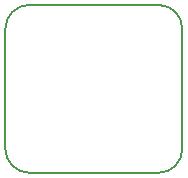
<source format=gbr>
%TF.GenerationSoftware,KiCad,Pcbnew,5.1.8-db9833491~88~ubuntu20.04.1*%
%TF.CreationDate,2020-12-14T12:06:49-05:00*%
%TF.ProjectId,stlink-clone-adapter,32783574-6f43-46f7-9274-657841646170,rev?*%
%TF.SameCoordinates,Original*%
%TF.FileFunction,Profile,NP*%
%FSLAX46Y46*%
G04 Gerber Fmt 4.6, Leading zero omitted, Abs format (unit mm)*
G04 Created by KiCad (PCBNEW 5.1.8-db9833491~88~ubuntu20.04.1) date 2020-12-14 12:06:49*
%MOMM*%
%LPD*%
G01*
G04 APERTURE LIST*
%TA.AperFunction,Profile*%
%ADD10C,0.150000*%
%TD*%
G04 APERTURE END LIST*
D10*
X158750000Y-117348000D02*
X147828000Y-117348000D01*
X160782000Y-105156000D02*
X160782000Y-115316000D01*
X147828000Y-103124000D02*
X158750000Y-103124000D01*
X145796000Y-115316000D02*
X145796000Y-105156000D01*
X145796000Y-115316000D02*
G75*
G03*
X147828000Y-117348000I2032000J0D01*
G01*
X158750000Y-117348000D02*
G75*
G03*
X160782000Y-115316000I0J2032000D01*
G01*
X160782000Y-105156000D02*
G75*
G03*
X158750000Y-103124000I-2032000J0D01*
G01*
X147828000Y-103124000D02*
G75*
G03*
X145796000Y-105156000I0J-2032000D01*
G01*
M02*

</source>
